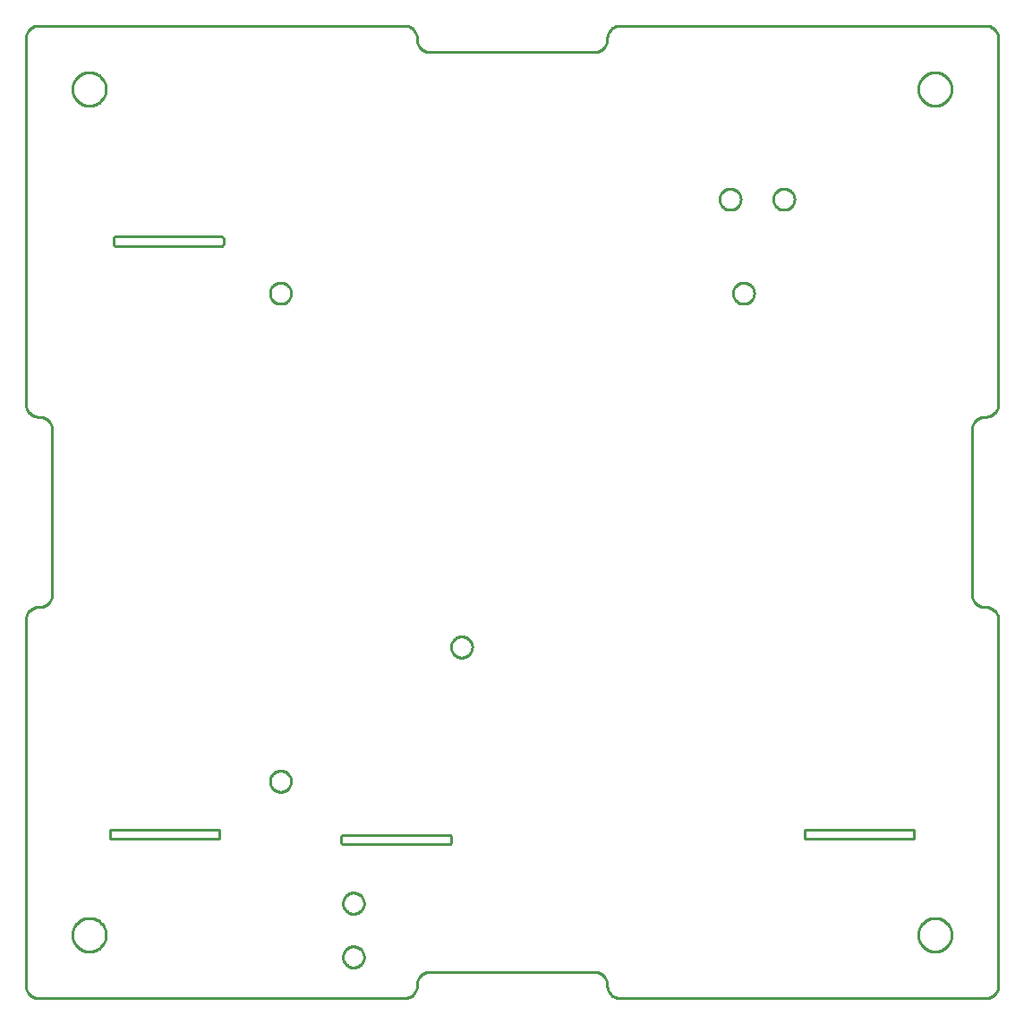
<source format=gbr>
G04 EAGLE Gerber RS-274X export*
G75*
%MOMM*%
%FSLAX34Y34*%
%LPD*%
%IN*%
%IPPOS*%
%AMOC8*
5,1,8,0,0,1.08239X$1,22.5*%
G01*
G04 Define Apertures*
%ADD10C,0.254000*%
D10*
X-460000Y-448000D02*
X-459954Y-449046D01*
X-459818Y-450084D01*
X-459591Y-451106D01*
X-459276Y-452104D01*
X-458876Y-453071D01*
X-458392Y-454000D01*
X-457830Y-454883D01*
X-457193Y-455713D01*
X-456485Y-456485D01*
X-455713Y-457193D01*
X-454883Y-457830D01*
X-454000Y-458392D01*
X-453071Y-458876D01*
X-452104Y-459276D01*
X-451106Y-459591D01*
X-450084Y-459818D01*
X-449046Y-459954D01*
X-448000Y-460000D01*
X-102000Y-460000D01*
X-100954Y-459954D01*
X-99916Y-459818D01*
X-98894Y-459591D01*
X-97896Y-459276D01*
X-96929Y-458876D01*
X-96000Y-458392D01*
X-95117Y-457830D01*
X-94287Y-457193D01*
X-93515Y-456485D01*
X-92807Y-455713D01*
X-92170Y-454883D01*
X-91608Y-454000D01*
X-91124Y-453071D01*
X-90724Y-452104D01*
X-90409Y-451106D01*
X-90182Y-450084D01*
X-90046Y-449046D01*
X-90000Y-448000D01*
X-90000Y-447000D01*
X-89954Y-445954D01*
X-89818Y-444916D01*
X-89591Y-443894D01*
X-89276Y-442896D01*
X-88876Y-441929D01*
X-88392Y-441000D01*
X-87830Y-440117D01*
X-87193Y-439287D01*
X-86485Y-438515D01*
X-85713Y-437807D01*
X-84883Y-437170D01*
X-84000Y-436608D01*
X-83071Y-436124D01*
X-82104Y-435724D01*
X-81106Y-435409D01*
X-80084Y-435182D01*
X-79046Y-435046D01*
X-78000Y-435000D01*
X78000Y-435000D01*
X79046Y-435046D01*
X80084Y-435182D01*
X81106Y-435409D01*
X82104Y-435724D01*
X83071Y-436124D01*
X84000Y-436608D01*
X84883Y-437170D01*
X85713Y-437807D01*
X86485Y-438515D01*
X87193Y-439287D01*
X87830Y-440117D01*
X88392Y-441000D01*
X88876Y-441929D01*
X89276Y-442896D01*
X89591Y-443894D01*
X89818Y-444916D01*
X89954Y-445954D01*
X90000Y-447000D01*
X90000Y-448000D01*
X90046Y-449046D01*
X90182Y-450084D01*
X90409Y-451106D01*
X90724Y-452104D01*
X91124Y-453071D01*
X91608Y-454000D01*
X92170Y-454883D01*
X92807Y-455713D01*
X93515Y-456485D01*
X94287Y-457193D01*
X95117Y-457830D01*
X96000Y-458392D01*
X96929Y-458876D01*
X97896Y-459276D01*
X98894Y-459591D01*
X99916Y-459818D01*
X100954Y-459954D01*
X102000Y-460000D01*
X448000Y-460000D01*
X449046Y-459954D01*
X450084Y-459818D01*
X451106Y-459591D01*
X452104Y-459276D01*
X453071Y-458876D01*
X454000Y-458392D01*
X454883Y-457830D01*
X455713Y-457193D01*
X456485Y-456485D01*
X457193Y-455713D01*
X457830Y-454883D01*
X458392Y-454000D01*
X458876Y-453071D01*
X459276Y-452104D01*
X459591Y-451106D01*
X459818Y-450084D01*
X459954Y-449046D01*
X460000Y-448000D01*
X460000Y-102000D01*
X459954Y-100954D01*
X459818Y-99916D01*
X459591Y-98894D01*
X459276Y-97896D01*
X458876Y-96929D01*
X458392Y-96000D01*
X457830Y-95117D01*
X457193Y-94287D01*
X456485Y-93515D01*
X455713Y-92807D01*
X454883Y-92170D01*
X454000Y-91608D01*
X453071Y-91124D01*
X452104Y-90724D01*
X451106Y-90409D01*
X450084Y-90182D01*
X449046Y-90046D01*
X448000Y-90000D01*
X447000Y-90000D01*
X445954Y-89954D01*
X444916Y-89818D01*
X443894Y-89591D01*
X442896Y-89276D01*
X441929Y-88876D01*
X441000Y-88392D01*
X440117Y-87830D01*
X439287Y-87193D01*
X438515Y-86485D01*
X437807Y-85713D01*
X437170Y-84883D01*
X436608Y-84000D01*
X436124Y-83071D01*
X435724Y-82104D01*
X435409Y-81106D01*
X435182Y-80084D01*
X435046Y-79046D01*
X435000Y-78000D01*
X435000Y78000D01*
X435046Y79046D01*
X435182Y80084D01*
X435409Y81106D01*
X435724Y82104D01*
X436124Y83071D01*
X436608Y84000D01*
X437170Y84883D01*
X437807Y85713D01*
X438515Y86485D01*
X439287Y87193D01*
X440117Y87830D01*
X441000Y88392D01*
X441929Y88876D01*
X442896Y89276D01*
X443894Y89591D01*
X444916Y89818D01*
X445954Y89954D01*
X447000Y90000D01*
X448000Y90000D01*
X449046Y90046D01*
X450084Y90182D01*
X451106Y90409D01*
X452104Y90724D01*
X453071Y91124D01*
X454000Y91608D01*
X454883Y92170D01*
X455713Y92807D01*
X456485Y93515D01*
X457193Y94287D01*
X457830Y95117D01*
X458392Y96000D01*
X458876Y96929D01*
X459276Y97896D01*
X459591Y98894D01*
X459818Y99916D01*
X459954Y100954D01*
X460000Y102000D01*
X460000Y448000D01*
X459954Y449046D01*
X459818Y450084D01*
X459591Y451106D01*
X459276Y452104D01*
X458876Y453071D01*
X458392Y454000D01*
X457830Y454883D01*
X457193Y455713D01*
X456485Y456485D01*
X455713Y457193D01*
X454883Y457830D01*
X454000Y458392D01*
X453071Y458876D01*
X452104Y459276D01*
X451106Y459591D01*
X450084Y459818D01*
X449046Y459954D01*
X448000Y460000D01*
X102000Y460000D01*
X100954Y459954D01*
X99916Y459818D01*
X98894Y459591D01*
X97896Y459276D01*
X96929Y458876D01*
X96000Y458392D01*
X95117Y457830D01*
X94287Y457193D01*
X93515Y456485D01*
X92807Y455713D01*
X92170Y454883D01*
X91608Y454000D01*
X91124Y453071D01*
X90724Y452104D01*
X90409Y451106D01*
X90182Y450084D01*
X90046Y449046D01*
X90000Y448000D01*
X90000Y447000D01*
X89954Y445954D01*
X89818Y444916D01*
X89591Y443894D01*
X89276Y442896D01*
X88876Y441929D01*
X88392Y441000D01*
X87830Y440117D01*
X87193Y439287D01*
X86485Y438515D01*
X85713Y437807D01*
X84883Y437170D01*
X84000Y436608D01*
X83071Y436124D01*
X82104Y435724D01*
X81106Y435409D01*
X80084Y435182D01*
X79046Y435046D01*
X78000Y435000D01*
X-78000Y435000D01*
X-79046Y435046D01*
X-80084Y435182D01*
X-81106Y435409D01*
X-82104Y435724D01*
X-83071Y436124D01*
X-84000Y436608D01*
X-84883Y437170D01*
X-85713Y437807D01*
X-86485Y438515D01*
X-87193Y439287D01*
X-87830Y440117D01*
X-88392Y441000D01*
X-88876Y441929D01*
X-89276Y442896D01*
X-89591Y443894D01*
X-89818Y444916D01*
X-89954Y445954D01*
X-90000Y447000D01*
X-90000Y448000D01*
X-90046Y449046D01*
X-90182Y450084D01*
X-90409Y451106D01*
X-90724Y452104D01*
X-91124Y453071D01*
X-91608Y454000D01*
X-92170Y454883D01*
X-92807Y455713D01*
X-93515Y456485D01*
X-94287Y457193D01*
X-95117Y457830D01*
X-96000Y458392D01*
X-96929Y458876D01*
X-97896Y459276D01*
X-98894Y459591D01*
X-99916Y459818D01*
X-100954Y459954D01*
X-102000Y460000D01*
X-448000Y460000D01*
X-449046Y459954D01*
X-450084Y459818D01*
X-451106Y459591D01*
X-452104Y459276D01*
X-453071Y458876D01*
X-454000Y458392D01*
X-454883Y457830D01*
X-455713Y457193D01*
X-456485Y456485D01*
X-457193Y455713D01*
X-457830Y454883D01*
X-458392Y454000D01*
X-458876Y453071D01*
X-459276Y452104D01*
X-459591Y451106D01*
X-459818Y450084D01*
X-459954Y449046D01*
X-460000Y448000D01*
X-460000Y102000D01*
X-459954Y100954D01*
X-459818Y99916D01*
X-459591Y98894D01*
X-459276Y97896D01*
X-458876Y96929D01*
X-458392Y96000D01*
X-457830Y95117D01*
X-457193Y94287D01*
X-456485Y93515D01*
X-455713Y92807D01*
X-454883Y92170D01*
X-454000Y91608D01*
X-453071Y91124D01*
X-452104Y90724D01*
X-451106Y90409D01*
X-450084Y90182D01*
X-449046Y90046D01*
X-448000Y90000D01*
X-447000Y90000D01*
X-445954Y89954D01*
X-444916Y89818D01*
X-443894Y89591D01*
X-442896Y89276D01*
X-441929Y88876D01*
X-441000Y88392D01*
X-440117Y87830D01*
X-439287Y87193D01*
X-438515Y86485D01*
X-437807Y85713D01*
X-437170Y84883D01*
X-436608Y84000D01*
X-436124Y83071D01*
X-435724Y82104D01*
X-435409Y81106D01*
X-435182Y80084D01*
X-435046Y79046D01*
X-435000Y78000D01*
X-435000Y-78000D01*
X-435046Y-79046D01*
X-435182Y-80084D01*
X-435409Y-81106D01*
X-435724Y-82104D01*
X-436124Y-83071D01*
X-436608Y-84000D01*
X-437170Y-84883D01*
X-437807Y-85713D01*
X-438515Y-86485D01*
X-439287Y-87193D01*
X-440117Y-87830D01*
X-441000Y-88392D01*
X-441929Y-88876D01*
X-442896Y-89276D01*
X-443894Y-89591D01*
X-444916Y-89818D01*
X-445954Y-89954D01*
X-447000Y-90000D01*
X-448000Y-90000D01*
X-449046Y-90046D01*
X-450084Y-90182D01*
X-451106Y-90409D01*
X-452104Y-90724D01*
X-453071Y-91124D01*
X-454000Y-91608D01*
X-454883Y-92170D01*
X-455713Y-92807D01*
X-456485Y-93515D01*
X-457193Y-94287D01*
X-457830Y-95117D01*
X-458392Y-96000D01*
X-458876Y-96929D01*
X-459276Y-97896D01*
X-459591Y-98894D01*
X-459818Y-99916D01*
X-459954Y-100954D01*
X-460000Y-102000D01*
X-460000Y-448000D01*
X-161500Y-312406D02*
X-161492Y-312581D01*
X-161470Y-312754D01*
X-161432Y-312924D01*
X-161379Y-313090D01*
X-161313Y-313252D01*
X-161232Y-313406D01*
X-161138Y-313553D01*
X-161032Y-313692D01*
X-160914Y-313821D01*
X-160786Y-313938D01*
X-160647Y-314045D01*
X-160500Y-314138D01*
X-160345Y-314219D01*
X-160184Y-314286D01*
X-160018Y-314338D01*
X-159847Y-314376D01*
X-159674Y-314399D01*
X-159500Y-314406D01*
X-59500Y-314406D01*
X-59326Y-314399D01*
X-59153Y-314376D01*
X-58982Y-314338D01*
X-58816Y-314286D01*
X-58655Y-314219D01*
X-58500Y-314138D01*
X-58353Y-314045D01*
X-58214Y-313938D01*
X-58086Y-313821D01*
X-57968Y-313692D01*
X-57862Y-313553D01*
X-57768Y-313406D01*
X-57687Y-313252D01*
X-57621Y-313090D01*
X-57568Y-312924D01*
X-57530Y-312754D01*
X-57508Y-312581D01*
X-57500Y-312406D01*
X-57500Y-307406D01*
X-57508Y-307232D01*
X-57530Y-307059D01*
X-57568Y-306889D01*
X-57621Y-306722D01*
X-57687Y-306561D01*
X-57768Y-306406D01*
X-57862Y-306259D01*
X-57968Y-306121D01*
X-58086Y-305992D01*
X-58214Y-305874D01*
X-58353Y-305768D01*
X-58500Y-305674D01*
X-58655Y-305594D01*
X-58816Y-305527D01*
X-58982Y-305474D01*
X-59153Y-305437D01*
X-59326Y-305414D01*
X-59500Y-305406D01*
X-159500Y-305406D01*
X-159674Y-305414D01*
X-159847Y-305437D01*
X-160018Y-305474D01*
X-160184Y-305527D01*
X-160345Y-305594D01*
X-160500Y-305674D01*
X-160647Y-305768D01*
X-160786Y-305874D01*
X-160914Y-305992D01*
X-161032Y-306121D01*
X-161138Y-306259D01*
X-161232Y-306406D01*
X-161313Y-306561D01*
X-161379Y-306722D01*
X-161432Y-306889D01*
X-161470Y-307059D01*
X-161492Y-307232D01*
X-161500Y-307406D01*
X-161500Y-312406D01*
X276500Y-307406D02*
X276508Y-307581D01*
X276530Y-307754D01*
X276568Y-307924D01*
X276621Y-308090D01*
X276687Y-308252D01*
X276768Y-308406D01*
X276862Y-308553D01*
X276968Y-308692D01*
X277086Y-308821D01*
X277214Y-308938D01*
X277353Y-309045D01*
X277500Y-309138D01*
X277655Y-309219D01*
X277816Y-309286D01*
X277982Y-309338D01*
X278153Y-309376D01*
X278326Y-309399D01*
X278500Y-309406D01*
X378500Y-309406D01*
X378674Y-309399D01*
X378847Y-309376D01*
X379018Y-309338D01*
X379184Y-309286D01*
X379345Y-309219D01*
X379500Y-309138D01*
X379647Y-309045D01*
X379786Y-308938D01*
X379914Y-308821D01*
X380032Y-308692D01*
X380138Y-308553D01*
X380232Y-308406D01*
X380313Y-308252D01*
X380379Y-308090D01*
X380432Y-307924D01*
X380470Y-307754D01*
X380492Y-307581D01*
X380500Y-307406D01*
X380500Y-302406D01*
X380492Y-302232D01*
X380470Y-302059D01*
X380432Y-301889D01*
X380379Y-301722D01*
X380313Y-301561D01*
X380232Y-301406D01*
X380138Y-301259D01*
X380032Y-301121D01*
X379914Y-300992D01*
X379786Y-300874D01*
X379647Y-300768D01*
X379500Y-300674D01*
X379345Y-300594D01*
X379184Y-300527D01*
X379018Y-300474D01*
X378847Y-300437D01*
X378674Y-300414D01*
X378500Y-300406D01*
X278500Y-300406D01*
X278326Y-300414D01*
X278153Y-300437D01*
X277982Y-300474D01*
X277816Y-300527D01*
X277655Y-300594D01*
X277500Y-300674D01*
X277353Y-300768D01*
X277214Y-300874D01*
X277086Y-300992D01*
X276968Y-301121D01*
X276862Y-301259D01*
X276768Y-301406D01*
X276687Y-301561D01*
X276621Y-301722D01*
X276568Y-301889D01*
X276530Y-302059D01*
X276508Y-302232D01*
X276500Y-302406D01*
X276500Y-307406D01*
X-380500Y-307406D02*
X-380492Y-307581D01*
X-380470Y-307754D01*
X-380432Y-307924D01*
X-380379Y-308090D01*
X-380313Y-308252D01*
X-380232Y-308406D01*
X-380138Y-308553D01*
X-380032Y-308692D01*
X-379914Y-308821D01*
X-379786Y-308938D01*
X-379647Y-309045D01*
X-379500Y-309138D01*
X-379345Y-309219D01*
X-379184Y-309286D01*
X-379018Y-309338D01*
X-378847Y-309376D01*
X-378674Y-309399D01*
X-378500Y-309406D01*
X-278500Y-309406D01*
X-278326Y-309399D01*
X-278153Y-309376D01*
X-277982Y-309338D01*
X-277816Y-309286D01*
X-277655Y-309219D01*
X-277500Y-309138D01*
X-277353Y-309045D01*
X-277214Y-308938D01*
X-277086Y-308821D01*
X-276968Y-308692D01*
X-276862Y-308553D01*
X-276768Y-308406D01*
X-276687Y-308252D01*
X-276621Y-308090D01*
X-276568Y-307924D01*
X-276530Y-307754D01*
X-276508Y-307581D01*
X-276500Y-307406D01*
X-276500Y-302406D01*
X-276508Y-302232D01*
X-276530Y-302059D01*
X-276568Y-301889D01*
X-276621Y-301722D01*
X-276687Y-301561D01*
X-276768Y-301406D01*
X-276862Y-301259D01*
X-276968Y-301121D01*
X-277086Y-300992D01*
X-277214Y-300874D01*
X-277353Y-300768D01*
X-277500Y-300674D01*
X-277655Y-300594D01*
X-277816Y-300527D01*
X-277982Y-300474D01*
X-278153Y-300437D01*
X-278326Y-300414D01*
X-278500Y-300406D01*
X-378500Y-300406D01*
X-378674Y-300414D01*
X-378847Y-300437D01*
X-379018Y-300474D01*
X-379184Y-300527D01*
X-379345Y-300594D01*
X-379500Y-300674D01*
X-379647Y-300768D01*
X-379786Y-300874D01*
X-379914Y-300992D01*
X-380032Y-301121D01*
X-380138Y-301259D01*
X-380232Y-301406D01*
X-380313Y-301561D01*
X-380379Y-301722D01*
X-380432Y-301889D01*
X-380470Y-302059D01*
X-380492Y-302232D01*
X-380500Y-302406D01*
X-380500Y-307406D01*
X-377000Y253506D02*
X-376992Y253332D01*
X-376970Y253159D01*
X-376932Y252989D01*
X-376879Y252822D01*
X-376813Y252661D01*
X-376732Y252506D01*
X-376638Y252359D01*
X-376532Y252221D01*
X-376414Y252092D01*
X-376286Y251974D01*
X-376147Y251868D01*
X-376000Y251774D01*
X-375845Y251694D01*
X-375684Y251627D01*
X-375518Y251574D01*
X-375347Y251537D01*
X-375174Y251514D01*
X-375000Y251506D01*
X-275000Y251506D01*
X-274826Y251514D01*
X-274653Y251537D01*
X-274482Y251574D01*
X-274316Y251627D01*
X-274155Y251694D01*
X-274000Y251774D01*
X-273853Y251868D01*
X-273714Y251974D01*
X-273586Y252092D01*
X-273468Y252221D01*
X-273362Y252359D01*
X-273268Y252506D01*
X-273187Y252661D01*
X-273121Y252822D01*
X-273068Y252989D01*
X-273030Y253159D01*
X-273008Y253332D01*
X-273000Y253506D01*
X-273000Y258506D01*
X-273008Y258681D01*
X-273030Y258854D01*
X-273068Y259024D01*
X-273121Y259190D01*
X-273187Y259352D01*
X-273268Y259506D01*
X-273362Y259653D01*
X-273468Y259792D01*
X-273586Y259921D01*
X-273714Y260038D01*
X-273853Y260145D01*
X-274000Y260238D01*
X-274155Y260319D01*
X-274316Y260386D01*
X-274482Y260438D01*
X-274653Y260476D01*
X-274826Y260499D01*
X-275000Y260506D01*
X-375000Y260506D01*
X-375174Y260499D01*
X-375347Y260476D01*
X-375518Y260438D01*
X-375684Y260386D01*
X-375845Y260319D01*
X-376000Y260238D01*
X-376147Y260145D01*
X-376286Y260038D01*
X-376414Y259921D01*
X-376532Y259792D01*
X-376638Y259653D01*
X-376732Y259506D01*
X-376813Y259352D01*
X-376879Y259190D01*
X-376932Y259024D01*
X-376970Y258854D01*
X-376992Y258681D01*
X-377000Y258506D01*
X-377000Y253506D01*
X-384100Y-400521D02*
X-384100Y-399480D01*
X-384168Y-398441D01*
X-384304Y-397409D01*
X-384507Y-396388D01*
X-384777Y-395382D01*
X-385111Y-394396D01*
X-385510Y-393434D01*
X-385970Y-392501D01*
X-386490Y-391599D01*
X-387069Y-390734D01*
X-387703Y-389908D01*
X-388389Y-389125D01*
X-389125Y-388389D01*
X-389908Y-387703D01*
X-390734Y-387069D01*
X-391599Y-386490D01*
X-392501Y-385970D01*
X-393434Y-385510D01*
X-394396Y-385111D01*
X-395382Y-384777D01*
X-396388Y-384507D01*
X-397409Y-384304D01*
X-398441Y-384168D01*
X-399480Y-384100D01*
X-400521Y-384100D01*
X-401559Y-384168D01*
X-402591Y-384304D01*
X-403612Y-384507D01*
X-404618Y-384777D01*
X-405604Y-385111D01*
X-406566Y-385510D01*
X-407499Y-385970D01*
X-408401Y-386490D01*
X-409266Y-387069D01*
X-410092Y-387703D01*
X-410875Y-388389D01*
X-411611Y-389125D01*
X-412297Y-389908D01*
X-412931Y-390734D01*
X-413510Y-391599D01*
X-414030Y-392501D01*
X-414491Y-393434D01*
X-414889Y-394396D01*
X-415224Y-395382D01*
X-415493Y-396388D01*
X-415696Y-397409D01*
X-415832Y-398441D01*
X-415900Y-399480D01*
X-415900Y-400521D01*
X-415832Y-401559D01*
X-415696Y-402591D01*
X-415493Y-403612D01*
X-415224Y-404618D01*
X-414889Y-405604D01*
X-414491Y-406566D01*
X-414030Y-407499D01*
X-413510Y-408401D01*
X-412931Y-409266D01*
X-412297Y-410092D01*
X-411611Y-410875D01*
X-410875Y-411611D01*
X-410092Y-412297D01*
X-409266Y-412931D01*
X-408401Y-413510D01*
X-407499Y-414030D01*
X-406566Y-414491D01*
X-405604Y-414889D01*
X-404618Y-415224D01*
X-403612Y-415493D01*
X-402591Y-415696D01*
X-401559Y-415832D01*
X-400521Y-415900D01*
X-399480Y-415900D01*
X-398441Y-415832D01*
X-397409Y-415696D01*
X-396388Y-415493D01*
X-395382Y-415224D01*
X-394396Y-414889D01*
X-393434Y-414491D01*
X-392501Y-414030D01*
X-391599Y-413510D01*
X-390734Y-412931D01*
X-389908Y-412297D01*
X-389125Y-411611D01*
X-388389Y-410875D01*
X-387703Y-410092D01*
X-387069Y-409266D01*
X-386490Y-408401D01*
X-385970Y-407499D01*
X-385510Y-406566D01*
X-385111Y-405604D01*
X-384777Y-404618D01*
X-384507Y-403612D01*
X-384304Y-402591D01*
X-384168Y-401559D01*
X-384100Y-400521D01*
X-384100Y399480D02*
X-384100Y400521D01*
X-384168Y401559D01*
X-384304Y402591D01*
X-384507Y403612D01*
X-384777Y404618D01*
X-385111Y405604D01*
X-385510Y406566D01*
X-385970Y407499D01*
X-386490Y408401D01*
X-387069Y409266D01*
X-387703Y410092D01*
X-388389Y410875D01*
X-389125Y411611D01*
X-389908Y412297D01*
X-390734Y412931D01*
X-391599Y413510D01*
X-392501Y414030D01*
X-393434Y414491D01*
X-394396Y414889D01*
X-395382Y415224D01*
X-396388Y415493D01*
X-397409Y415696D01*
X-398441Y415832D01*
X-399480Y415900D01*
X-400521Y415900D01*
X-401559Y415832D01*
X-402591Y415696D01*
X-403612Y415493D01*
X-404618Y415224D01*
X-405604Y414889D01*
X-406566Y414491D01*
X-407499Y414030D01*
X-408401Y413510D01*
X-409266Y412931D01*
X-410092Y412297D01*
X-410875Y411611D01*
X-411611Y410875D01*
X-412297Y410092D01*
X-412931Y409266D01*
X-413510Y408401D01*
X-414030Y407499D01*
X-414491Y406566D01*
X-414889Y405604D01*
X-415224Y404618D01*
X-415493Y403612D01*
X-415696Y402591D01*
X-415832Y401559D01*
X-415900Y400521D01*
X-415900Y399480D01*
X-415832Y398441D01*
X-415696Y397409D01*
X-415493Y396388D01*
X-415224Y395382D01*
X-414889Y394396D01*
X-414491Y393434D01*
X-414030Y392501D01*
X-413510Y391599D01*
X-412931Y390734D01*
X-412297Y389908D01*
X-411611Y389125D01*
X-410875Y388389D01*
X-410092Y387703D01*
X-409266Y387069D01*
X-408401Y386490D01*
X-407499Y385970D01*
X-406566Y385510D01*
X-405604Y385111D01*
X-404618Y384777D01*
X-403612Y384507D01*
X-402591Y384304D01*
X-401559Y384168D01*
X-400521Y384100D01*
X-399480Y384100D01*
X-398441Y384168D01*
X-397409Y384304D01*
X-396388Y384507D01*
X-395382Y384777D01*
X-394396Y385111D01*
X-393434Y385510D01*
X-392501Y385970D01*
X-391599Y386490D01*
X-390734Y387069D01*
X-389908Y387703D01*
X-389125Y388389D01*
X-388389Y389125D01*
X-387703Y389908D01*
X-387069Y390734D01*
X-386490Y391599D01*
X-385970Y392501D01*
X-385510Y393434D01*
X-385111Y394396D01*
X-384777Y395382D01*
X-384507Y396388D01*
X-384304Y397409D01*
X-384168Y398441D01*
X-384100Y399480D01*
X-209000Y-255232D02*
X-209000Y-254359D01*
X-209076Y-253489D01*
X-209228Y-252629D01*
X-209454Y-251786D01*
X-209752Y-250965D01*
X-210121Y-250174D01*
X-210558Y-249418D01*
X-211059Y-248702D01*
X-211620Y-248033D01*
X-212238Y-247416D01*
X-212907Y-246855D01*
X-213622Y-246354D01*
X-214378Y-245917D01*
X-215170Y-245548D01*
X-215990Y-245250D01*
X-216834Y-245024D01*
X-217694Y-244872D01*
X-218563Y-244796D01*
X-219437Y-244796D01*
X-220307Y-244872D01*
X-221166Y-245024D01*
X-222010Y-245250D01*
X-222830Y-245548D01*
X-223622Y-245917D01*
X-224378Y-246354D01*
X-225093Y-246855D01*
X-225762Y-247416D01*
X-226380Y-248033D01*
X-226941Y-248702D01*
X-227442Y-249418D01*
X-227879Y-250174D01*
X-228248Y-250965D01*
X-228546Y-251786D01*
X-228772Y-252629D01*
X-228924Y-253489D01*
X-229000Y-254359D01*
X-229000Y-255232D01*
X-228924Y-256102D01*
X-228772Y-256962D01*
X-228546Y-257806D01*
X-228248Y-258626D01*
X-227879Y-259418D01*
X-227442Y-260174D01*
X-226941Y-260889D01*
X-226380Y-261558D01*
X-225762Y-262176D01*
X-225093Y-262737D01*
X-224378Y-263238D01*
X-223622Y-263674D01*
X-222830Y-264043D01*
X-222010Y-264342D01*
X-221166Y-264568D01*
X-220307Y-264720D01*
X-219437Y-264796D01*
X-218563Y-264796D01*
X-217694Y-264720D01*
X-216834Y-264568D01*
X-215990Y-264342D01*
X-215170Y-264043D01*
X-214378Y-263674D01*
X-213622Y-263238D01*
X-212907Y-262737D01*
X-212238Y-262176D01*
X-211620Y-261558D01*
X-211059Y-260889D01*
X-210558Y-260174D01*
X-210121Y-259418D01*
X-209752Y-258626D01*
X-209454Y-257806D01*
X-209228Y-256962D01*
X-209076Y-256102D01*
X-209000Y-255232D01*
X-209000Y206459D02*
X-209000Y207332D01*
X-209076Y208202D01*
X-209228Y209062D01*
X-209454Y209906D01*
X-209752Y210726D01*
X-210121Y211518D01*
X-210558Y212274D01*
X-211059Y212989D01*
X-211620Y213658D01*
X-212238Y214276D01*
X-212907Y214837D01*
X-213622Y215338D01*
X-214378Y215774D01*
X-215170Y216143D01*
X-215990Y216442D01*
X-216834Y216668D01*
X-217694Y216820D01*
X-218563Y216896D01*
X-219437Y216896D01*
X-220307Y216820D01*
X-221166Y216668D01*
X-222010Y216442D01*
X-222830Y216143D01*
X-223622Y215774D01*
X-224378Y215338D01*
X-225093Y214837D01*
X-225762Y214276D01*
X-226380Y213658D01*
X-226941Y212989D01*
X-227442Y212274D01*
X-227879Y211518D01*
X-228248Y210726D01*
X-228546Y209906D01*
X-228772Y209062D01*
X-228924Y208202D01*
X-229000Y207332D01*
X-229000Y206459D01*
X-228924Y205589D01*
X-228772Y204729D01*
X-228546Y203886D01*
X-228248Y203065D01*
X-227879Y202274D01*
X-227442Y201518D01*
X-226941Y200802D01*
X-226380Y200133D01*
X-225762Y199516D01*
X-225093Y198955D01*
X-224378Y198454D01*
X-223622Y198017D01*
X-222830Y197648D01*
X-222010Y197350D01*
X-221166Y197124D01*
X-220307Y196972D01*
X-219437Y196896D01*
X-218563Y196896D01*
X-217694Y196972D01*
X-216834Y197124D01*
X-215990Y197350D01*
X-215170Y197648D01*
X-214378Y198017D01*
X-213622Y198454D01*
X-212907Y198955D01*
X-212238Y199516D01*
X-211620Y200133D01*
X-211059Y200802D01*
X-210558Y201518D01*
X-210121Y202274D01*
X-209752Y203065D01*
X-209454Y203886D01*
X-209228Y204729D01*
X-209076Y205589D01*
X-209000Y206459D01*
X-37700Y-128232D02*
X-37700Y-127359D01*
X-37776Y-126489D01*
X-37928Y-125629D01*
X-38154Y-124786D01*
X-38452Y-123965D01*
X-38821Y-123174D01*
X-39258Y-122418D01*
X-39759Y-121702D01*
X-40320Y-121033D01*
X-40938Y-120416D01*
X-41607Y-119855D01*
X-42322Y-119354D01*
X-43078Y-118917D01*
X-43870Y-118548D01*
X-44690Y-118250D01*
X-45534Y-118024D01*
X-46394Y-117872D01*
X-47263Y-117796D01*
X-48137Y-117796D01*
X-49007Y-117872D01*
X-49866Y-118024D01*
X-50710Y-118250D01*
X-51530Y-118548D01*
X-52322Y-118917D01*
X-53078Y-119354D01*
X-53793Y-119855D01*
X-54462Y-120416D01*
X-55080Y-121033D01*
X-55641Y-121702D01*
X-56142Y-122418D01*
X-56579Y-123174D01*
X-56948Y-123965D01*
X-57246Y-124786D01*
X-57472Y-125629D01*
X-57624Y-126489D01*
X-57700Y-127359D01*
X-57700Y-128232D01*
X-57624Y-129102D01*
X-57472Y-129962D01*
X-57246Y-130806D01*
X-56948Y-131626D01*
X-56579Y-132418D01*
X-56142Y-133174D01*
X-55641Y-133889D01*
X-55080Y-134558D01*
X-54462Y-135176D01*
X-53793Y-135737D01*
X-53078Y-136238D01*
X-52322Y-136674D01*
X-51530Y-137043D01*
X-50710Y-137342D01*
X-49866Y-137568D01*
X-49007Y-137720D01*
X-48137Y-137796D01*
X-47263Y-137796D01*
X-46394Y-137720D01*
X-45534Y-137568D01*
X-44690Y-137342D01*
X-43870Y-137043D01*
X-43078Y-136674D01*
X-42322Y-136238D01*
X-41607Y-135737D01*
X-40938Y-135176D01*
X-40320Y-134558D01*
X-39759Y-133889D01*
X-39258Y-133174D01*
X-38821Y-132418D01*
X-38452Y-131626D01*
X-38154Y-130806D01*
X-37928Y-129962D01*
X-37776Y-129102D01*
X-37700Y-128232D01*
X229000Y206459D02*
X229000Y207332D01*
X228924Y208202D01*
X228772Y209062D01*
X228546Y209906D01*
X228248Y210726D01*
X227879Y211518D01*
X227442Y212274D01*
X226941Y212989D01*
X226380Y213658D01*
X225762Y214276D01*
X225093Y214837D01*
X224378Y215338D01*
X223622Y215774D01*
X222830Y216143D01*
X222010Y216442D01*
X221166Y216668D01*
X220307Y216820D01*
X219437Y216896D01*
X218563Y216896D01*
X217694Y216820D01*
X216834Y216668D01*
X215990Y216442D01*
X215170Y216143D01*
X214378Y215774D01*
X213622Y215338D01*
X212907Y214837D01*
X212238Y214276D01*
X211620Y213658D01*
X211059Y212989D01*
X210558Y212274D01*
X210121Y211518D01*
X209752Y210726D01*
X209454Y209906D01*
X209228Y209062D01*
X209076Y208202D01*
X209000Y207332D01*
X209000Y206459D01*
X209076Y205589D01*
X209228Y204729D01*
X209454Y203886D01*
X209752Y203065D01*
X210121Y202274D01*
X210558Y201518D01*
X211059Y200802D01*
X211620Y200133D01*
X212238Y199516D01*
X212907Y198955D01*
X213622Y198454D01*
X214378Y198017D01*
X215170Y197648D01*
X215990Y197350D01*
X216834Y197124D01*
X217694Y196972D01*
X218563Y196896D01*
X219437Y196896D01*
X220307Y196972D01*
X221166Y197124D01*
X222010Y197350D01*
X222830Y197648D01*
X223622Y198017D01*
X224378Y198454D01*
X225093Y198955D01*
X225762Y199516D01*
X226380Y200133D01*
X226941Y200802D01*
X227442Y201518D01*
X227879Y202274D01*
X228248Y203065D01*
X228546Y203886D01*
X228772Y204729D01*
X228924Y205589D01*
X229000Y206459D01*
X415900Y-400521D02*
X415900Y-399480D01*
X415832Y-398441D01*
X415696Y-397409D01*
X415493Y-396388D01*
X415224Y-395382D01*
X414889Y-394396D01*
X414491Y-393434D01*
X414030Y-392501D01*
X413510Y-391599D01*
X412931Y-390734D01*
X412297Y-389908D01*
X411611Y-389125D01*
X410875Y-388389D01*
X410092Y-387703D01*
X409266Y-387069D01*
X408401Y-386490D01*
X407499Y-385970D01*
X406566Y-385510D01*
X405604Y-385111D01*
X404618Y-384777D01*
X403612Y-384507D01*
X402591Y-384304D01*
X401559Y-384168D01*
X400521Y-384100D01*
X399480Y-384100D01*
X398441Y-384168D01*
X397409Y-384304D01*
X396388Y-384507D01*
X395382Y-384777D01*
X394396Y-385111D01*
X393434Y-385510D01*
X392501Y-385970D01*
X391599Y-386490D01*
X390734Y-387069D01*
X389908Y-387703D01*
X389125Y-388389D01*
X388389Y-389125D01*
X387703Y-389908D01*
X387069Y-390734D01*
X386490Y-391599D01*
X385970Y-392501D01*
X385510Y-393434D01*
X385111Y-394396D01*
X384777Y-395382D01*
X384507Y-396388D01*
X384304Y-397409D01*
X384168Y-398441D01*
X384100Y-399480D01*
X384100Y-400521D01*
X384168Y-401559D01*
X384304Y-402591D01*
X384507Y-403612D01*
X384777Y-404618D01*
X385111Y-405604D01*
X385510Y-406566D01*
X385970Y-407499D01*
X386490Y-408401D01*
X387069Y-409266D01*
X387703Y-410092D01*
X388389Y-410875D01*
X389125Y-411611D01*
X389908Y-412297D01*
X390734Y-412931D01*
X391599Y-413510D01*
X392501Y-414030D01*
X393434Y-414491D01*
X394396Y-414889D01*
X395382Y-415224D01*
X396388Y-415493D01*
X397409Y-415696D01*
X398441Y-415832D01*
X399480Y-415900D01*
X400521Y-415900D01*
X401559Y-415832D01*
X402591Y-415696D01*
X403612Y-415493D01*
X404618Y-415224D01*
X405604Y-414889D01*
X406566Y-414491D01*
X407499Y-414030D01*
X408401Y-413510D01*
X409266Y-412931D01*
X410092Y-412297D01*
X410875Y-411611D01*
X411611Y-410875D01*
X412297Y-410092D01*
X412931Y-409266D01*
X413510Y-408401D01*
X414030Y-407499D01*
X414491Y-406566D01*
X414889Y-405604D01*
X415224Y-404618D01*
X415493Y-403612D01*
X415696Y-402591D01*
X415832Y-401559D01*
X415900Y-400521D01*
X415900Y399480D02*
X415900Y400521D01*
X415832Y401559D01*
X415696Y402591D01*
X415493Y403612D01*
X415224Y404618D01*
X414889Y405604D01*
X414491Y406566D01*
X414030Y407499D01*
X413510Y408401D01*
X412931Y409266D01*
X412297Y410092D01*
X411611Y410875D01*
X410875Y411611D01*
X410092Y412297D01*
X409266Y412931D01*
X408401Y413510D01*
X407499Y414030D01*
X406566Y414491D01*
X405604Y414889D01*
X404618Y415224D01*
X403612Y415493D01*
X402591Y415696D01*
X401559Y415832D01*
X400521Y415900D01*
X399480Y415900D01*
X398441Y415832D01*
X397409Y415696D01*
X396388Y415493D01*
X395382Y415224D01*
X394396Y414889D01*
X393434Y414491D01*
X392501Y414030D01*
X391599Y413510D01*
X390734Y412931D01*
X389908Y412297D01*
X389125Y411611D01*
X388389Y410875D01*
X387703Y410092D01*
X387069Y409266D01*
X386490Y408401D01*
X385970Y407499D01*
X385510Y406566D01*
X385111Y405604D01*
X384777Y404618D01*
X384507Y403612D01*
X384304Y402591D01*
X384168Y401559D01*
X384100Y400521D01*
X384100Y399480D01*
X384168Y398441D01*
X384304Y397409D01*
X384507Y396388D01*
X384777Y395382D01*
X385111Y394396D01*
X385510Y393434D01*
X385970Y392501D01*
X386490Y391599D01*
X387069Y390734D01*
X387703Y389908D01*
X388389Y389125D01*
X389125Y388389D01*
X389908Y387703D01*
X390734Y387069D01*
X391599Y386490D01*
X392501Y385970D01*
X393434Y385510D01*
X394396Y385111D01*
X395382Y384777D01*
X396388Y384507D01*
X397409Y384304D01*
X398441Y384168D01*
X399480Y384100D01*
X400521Y384100D01*
X401559Y384168D01*
X402591Y384304D01*
X403612Y384507D01*
X404618Y384777D01*
X405604Y385111D01*
X406566Y385510D01*
X407499Y385970D01*
X408401Y386490D01*
X409266Y387069D01*
X410092Y387703D01*
X410875Y388389D01*
X411611Y389125D01*
X412297Y389908D01*
X412931Y390734D01*
X413510Y391599D01*
X414030Y392501D01*
X414491Y393434D01*
X414889Y394396D01*
X415224Y395382D01*
X415493Y396388D01*
X415696Y397409D01*
X415832Y398441D01*
X415900Y399480D01*
X216300Y295359D02*
X216300Y296232D01*
X216224Y297102D01*
X216072Y297962D01*
X215846Y298806D01*
X215548Y299626D01*
X215179Y300418D01*
X214742Y301174D01*
X214241Y301889D01*
X213680Y302558D01*
X213062Y303176D01*
X212393Y303737D01*
X211678Y304238D01*
X210922Y304674D01*
X210130Y305043D01*
X209310Y305342D01*
X208466Y305568D01*
X207607Y305720D01*
X206737Y305796D01*
X205863Y305796D01*
X204994Y305720D01*
X204134Y305568D01*
X203290Y305342D01*
X202470Y305043D01*
X201678Y304674D01*
X200922Y304238D01*
X200207Y303737D01*
X199538Y303176D01*
X198920Y302558D01*
X198359Y301889D01*
X197858Y301174D01*
X197421Y300418D01*
X197052Y299626D01*
X196754Y298806D01*
X196528Y297962D01*
X196376Y297102D01*
X196300Y296232D01*
X196300Y295359D01*
X196376Y294489D01*
X196528Y293629D01*
X196754Y292786D01*
X197052Y291965D01*
X197421Y291174D01*
X197858Y290418D01*
X198359Y289702D01*
X198920Y289033D01*
X199538Y288416D01*
X200207Y287855D01*
X200922Y287354D01*
X201678Y286917D01*
X202470Y286548D01*
X203290Y286250D01*
X204134Y286024D01*
X204994Y285872D01*
X205863Y285796D01*
X206737Y285796D01*
X207607Y285872D01*
X208466Y286024D01*
X209310Y286250D01*
X210130Y286548D01*
X210922Y286917D01*
X211678Y287354D01*
X212393Y287855D01*
X213062Y288416D01*
X213680Y289033D01*
X214241Y289702D01*
X214742Y290418D01*
X215179Y291174D01*
X215548Y291965D01*
X215846Y292786D01*
X216072Y293629D01*
X216224Y294489D01*
X216300Y295359D01*
X267100Y295359D02*
X267100Y296232D01*
X267024Y297102D01*
X266872Y297962D01*
X266646Y298806D01*
X266348Y299626D01*
X265979Y300418D01*
X265542Y301174D01*
X265041Y301889D01*
X264480Y302558D01*
X263862Y303176D01*
X263193Y303737D01*
X262478Y304238D01*
X261722Y304674D01*
X260930Y305043D01*
X260110Y305342D01*
X259266Y305568D01*
X258407Y305720D01*
X257537Y305796D01*
X256663Y305796D01*
X255794Y305720D01*
X254934Y305568D01*
X254090Y305342D01*
X253270Y305043D01*
X252478Y304674D01*
X251722Y304238D01*
X251007Y303737D01*
X250338Y303176D01*
X249720Y302558D01*
X249159Y301889D01*
X248658Y301174D01*
X248221Y300418D01*
X247852Y299626D01*
X247554Y298806D01*
X247328Y297962D01*
X247176Y297102D01*
X247100Y296232D01*
X247100Y295359D01*
X247176Y294489D01*
X247328Y293629D01*
X247554Y292786D01*
X247852Y291965D01*
X248221Y291174D01*
X248658Y290418D01*
X249159Y289702D01*
X249720Y289033D01*
X250338Y288416D01*
X251007Y287855D01*
X251722Y287354D01*
X252478Y286917D01*
X253270Y286548D01*
X254090Y286250D01*
X254934Y286024D01*
X255794Y285872D01*
X256663Y285796D01*
X257537Y285796D01*
X258407Y285872D01*
X259266Y286024D01*
X260110Y286250D01*
X260930Y286548D01*
X261722Y286917D01*
X262478Y287354D01*
X263193Y287855D01*
X263862Y288416D01*
X264480Y289033D01*
X265041Y289702D01*
X265542Y290418D01*
X265979Y291174D01*
X266348Y291965D01*
X266646Y292786D01*
X266872Y293629D01*
X267024Y294489D01*
X267100Y295359D01*
X-139974Y-370567D02*
X-139974Y-369693D01*
X-140050Y-368824D01*
X-140202Y-367964D01*
X-140428Y-367120D01*
X-140727Y-366300D01*
X-141096Y-365508D01*
X-141532Y-364752D01*
X-142033Y-364037D01*
X-142594Y-363368D01*
X-143212Y-362750D01*
X-143881Y-362189D01*
X-144596Y-361688D01*
X-145352Y-361251D01*
X-146144Y-360882D01*
X-146964Y-360584D01*
X-147808Y-360358D01*
X-148668Y-360206D01*
X-149538Y-360130D01*
X-150411Y-360130D01*
X-151281Y-360206D01*
X-152141Y-360358D01*
X-152984Y-360584D01*
X-153805Y-360882D01*
X-154596Y-361251D01*
X-155352Y-361688D01*
X-156068Y-362189D01*
X-156737Y-362750D01*
X-157354Y-363368D01*
X-157915Y-364037D01*
X-158416Y-364752D01*
X-158853Y-365508D01*
X-159222Y-366300D01*
X-159521Y-367120D01*
X-159747Y-367964D01*
X-159898Y-368824D01*
X-159974Y-369693D01*
X-159974Y-370567D01*
X-159898Y-371437D01*
X-159747Y-372296D01*
X-159521Y-373140D01*
X-159222Y-373960D01*
X-158853Y-374752D01*
X-158416Y-375508D01*
X-157915Y-376223D01*
X-157354Y-376892D01*
X-156737Y-377510D01*
X-156068Y-378071D01*
X-155352Y-378572D01*
X-154596Y-379009D01*
X-153805Y-379378D01*
X-152984Y-379676D01*
X-152141Y-379902D01*
X-151281Y-380054D01*
X-150411Y-380130D01*
X-149538Y-380130D01*
X-148668Y-380054D01*
X-147808Y-379902D01*
X-146964Y-379676D01*
X-146144Y-379378D01*
X-145352Y-379009D01*
X-144596Y-378572D01*
X-143881Y-378071D01*
X-143212Y-377510D01*
X-142594Y-376892D01*
X-142033Y-376223D01*
X-141532Y-375508D01*
X-141096Y-374752D01*
X-140727Y-373960D01*
X-140428Y-373140D01*
X-140202Y-372296D01*
X-140050Y-371437D01*
X-139974Y-370567D01*
X-139974Y-421367D02*
X-139974Y-420493D01*
X-140050Y-419624D01*
X-140202Y-418764D01*
X-140428Y-417920D01*
X-140727Y-417100D01*
X-141096Y-416308D01*
X-141532Y-415552D01*
X-142033Y-414837D01*
X-142594Y-414168D01*
X-143212Y-413550D01*
X-143881Y-412989D01*
X-144596Y-412488D01*
X-145352Y-412051D01*
X-146144Y-411682D01*
X-146964Y-411384D01*
X-147808Y-411158D01*
X-148668Y-411006D01*
X-149538Y-410930D01*
X-150411Y-410930D01*
X-151281Y-411006D01*
X-152141Y-411158D01*
X-152984Y-411384D01*
X-153805Y-411682D01*
X-154596Y-412051D01*
X-155352Y-412488D01*
X-156068Y-412989D01*
X-156737Y-413550D01*
X-157354Y-414168D01*
X-157915Y-414837D01*
X-158416Y-415552D01*
X-158853Y-416308D01*
X-159222Y-417100D01*
X-159521Y-417920D01*
X-159747Y-418764D01*
X-159898Y-419624D01*
X-159974Y-420493D01*
X-159974Y-421367D01*
X-159898Y-422237D01*
X-159747Y-423096D01*
X-159521Y-423940D01*
X-159222Y-424760D01*
X-158853Y-425552D01*
X-158416Y-426308D01*
X-157915Y-427023D01*
X-157354Y-427692D01*
X-156737Y-428310D01*
X-156068Y-428871D01*
X-155352Y-429372D01*
X-154596Y-429809D01*
X-153805Y-430178D01*
X-152984Y-430476D01*
X-152141Y-430702D01*
X-151281Y-430854D01*
X-150411Y-430930D01*
X-149538Y-430930D01*
X-148668Y-430854D01*
X-147808Y-430702D01*
X-146964Y-430476D01*
X-146144Y-430178D01*
X-145352Y-429809D01*
X-144596Y-429372D01*
X-143881Y-428871D01*
X-143212Y-428310D01*
X-142594Y-427692D01*
X-142033Y-427023D01*
X-141532Y-426308D01*
X-141096Y-425552D01*
X-140727Y-424760D01*
X-140428Y-423940D01*
X-140202Y-423096D01*
X-140050Y-422237D01*
X-139974Y-421367D01*
M02*

</source>
